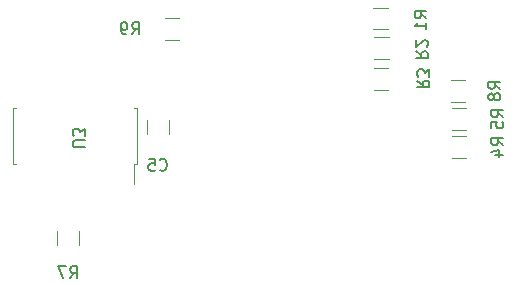
<source format=gbr>
%TF.GenerationSoftware,KiCad,Pcbnew,(5.1.5)-3*%
%TF.CreationDate,2021-01-03T14:47:40+13:00*%
%TF.ProjectId,SensorNodeCircuit,53656e73-6f72-44e6-9f64-654369726375,rev?*%
%TF.SameCoordinates,Original*%
%TF.FileFunction,Legend,Bot*%
%TF.FilePolarity,Positive*%
%FSLAX46Y46*%
G04 Gerber Fmt 4.6, Leading zero omitted, Abs format (unit mm)*
G04 Created by KiCad (PCBNEW (5.1.5)-3) date 2021-01-03 14:47:40*
%MOMM*%
%LPD*%
G04 APERTURE LIST*
%ADD10C,0.120000*%
%ADD11C,0.150000*%
G04 APERTURE END LIST*
D10*
X128690000Y-95010436D02*
X128690000Y-96214564D01*
X130510000Y-95010436D02*
X130510000Y-96214564D01*
X149068064Y-87306000D02*
X147863936Y-87306000D01*
X149068064Y-85486000D02*
X147863936Y-85486000D01*
X147943936Y-89836000D02*
X149148064Y-89836000D01*
X147943936Y-88016000D02*
X149148064Y-88016000D01*
X147896436Y-92466000D02*
X149100564Y-92466000D01*
X147896436Y-90646000D02*
X149100564Y-90646000D01*
X155690564Y-98216000D02*
X154486436Y-98216000D01*
X155690564Y-96396000D02*
X154486436Y-96396000D01*
X154486436Y-95846000D02*
X155690564Y-95846000D01*
X154486436Y-94026000D02*
X155690564Y-94026000D01*
X122910000Y-105602064D02*
X122910000Y-104397936D01*
X121090000Y-105602064D02*
X121090000Y-104397936D01*
X154447936Y-91640000D02*
X155652064Y-91640000D01*
X154447936Y-93460000D02*
X155652064Y-93460000D01*
X117345000Y-96350000D02*
X117345000Y-93965000D01*
X117345000Y-93965000D02*
X117600000Y-93965000D01*
X117345000Y-96350000D02*
X117345000Y-98735000D01*
X117345000Y-98735000D02*
X117600000Y-98735000D01*
X127865000Y-96350000D02*
X127865000Y-93965000D01*
X127865000Y-93965000D02*
X127610000Y-93965000D01*
X127865000Y-96350000D02*
X127865000Y-98735000D01*
X127865000Y-98735000D02*
X127610000Y-98735000D01*
X127610000Y-98735000D02*
X127610000Y-100400000D01*
X130197936Y-88210000D02*
X131402064Y-88210000D01*
X130197936Y-86390000D02*
X131402064Y-86390000D01*
D11*
X129766666Y-99207142D02*
X129814285Y-99254761D01*
X129957142Y-99302380D01*
X130052380Y-99302380D01*
X130195238Y-99254761D01*
X130290476Y-99159523D01*
X130338095Y-99064285D01*
X130385714Y-98873809D01*
X130385714Y-98730952D01*
X130338095Y-98540476D01*
X130290476Y-98445238D01*
X130195238Y-98350000D01*
X130052380Y-98302380D01*
X129957142Y-98302380D01*
X129814285Y-98350000D01*
X129766666Y-98397619D01*
X128861904Y-98302380D02*
X129338095Y-98302380D01*
X129385714Y-98778571D01*
X129338095Y-98730952D01*
X129242857Y-98683333D01*
X129004761Y-98683333D01*
X128909523Y-98730952D01*
X128861904Y-98778571D01*
X128814285Y-98873809D01*
X128814285Y-99111904D01*
X128861904Y-99207142D01*
X128909523Y-99254761D01*
X129004761Y-99302380D01*
X129242857Y-99302380D01*
X129338095Y-99254761D01*
X129385714Y-99207142D01*
X152352380Y-86383333D02*
X151876190Y-86050000D01*
X152352380Y-85811904D02*
X151352380Y-85811904D01*
X151352380Y-86192857D01*
X151400000Y-86288095D01*
X151447619Y-86335714D01*
X151542857Y-86383333D01*
X151685714Y-86383333D01*
X151780952Y-86335714D01*
X151828571Y-86288095D01*
X151876190Y-86192857D01*
X151876190Y-85811904D01*
X152352380Y-87335714D02*
X152352380Y-86764285D01*
X152352380Y-87050000D02*
X151352380Y-87050000D01*
X151495238Y-86954761D01*
X151590476Y-86859523D01*
X151638095Y-86764285D01*
X151453619Y-89192666D02*
X151929809Y-89526000D01*
X151453619Y-89764095D02*
X152453619Y-89764095D01*
X152453619Y-89383142D01*
X152406000Y-89287904D01*
X152358380Y-89240285D01*
X152263142Y-89192666D01*
X152120285Y-89192666D01*
X152025047Y-89240285D01*
X151977428Y-89287904D01*
X151929809Y-89383142D01*
X151929809Y-89764095D01*
X152358380Y-88811714D02*
X152406000Y-88764095D01*
X152453619Y-88668857D01*
X152453619Y-88430761D01*
X152406000Y-88335523D01*
X152358380Y-88287904D01*
X152263142Y-88240285D01*
X152167904Y-88240285D01*
X152025047Y-88287904D01*
X151453619Y-88859333D01*
X151453619Y-88240285D01*
X151573619Y-91682666D02*
X152049809Y-92016000D01*
X151573619Y-92254095D02*
X152573619Y-92254095D01*
X152573619Y-91873142D01*
X152526000Y-91777904D01*
X152478380Y-91730285D01*
X152383142Y-91682666D01*
X152240285Y-91682666D01*
X152145047Y-91730285D01*
X152097428Y-91777904D01*
X152049809Y-91873142D01*
X152049809Y-92254095D01*
X152573619Y-91349333D02*
X152573619Y-90730285D01*
X152192666Y-91063619D01*
X152192666Y-90920761D01*
X152145047Y-90825523D01*
X152097428Y-90777904D01*
X152002190Y-90730285D01*
X151764095Y-90730285D01*
X151668857Y-90777904D01*
X151621238Y-90825523D01*
X151573619Y-90920761D01*
X151573619Y-91206476D01*
X151621238Y-91301714D01*
X151668857Y-91349333D01*
X158852380Y-97133333D02*
X158376190Y-96800000D01*
X158852380Y-96561904D02*
X157852380Y-96561904D01*
X157852380Y-96942857D01*
X157900000Y-97038095D01*
X157947619Y-97085714D01*
X158042857Y-97133333D01*
X158185714Y-97133333D01*
X158280952Y-97085714D01*
X158328571Y-97038095D01*
X158376190Y-96942857D01*
X158376190Y-96561904D01*
X158185714Y-97990476D02*
X158852380Y-97990476D01*
X157804761Y-97752380D02*
X158519047Y-97514285D01*
X158519047Y-98133333D01*
X158852380Y-94769333D02*
X158376190Y-94436000D01*
X158852380Y-94197904D02*
X157852380Y-94197904D01*
X157852380Y-94578857D01*
X157900000Y-94674095D01*
X157947619Y-94721714D01*
X158042857Y-94769333D01*
X158185714Y-94769333D01*
X158280952Y-94721714D01*
X158328571Y-94674095D01*
X158376190Y-94578857D01*
X158376190Y-94197904D01*
X157852380Y-95674095D02*
X157852380Y-95197904D01*
X158328571Y-95150285D01*
X158280952Y-95197904D01*
X158233333Y-95293142D01*
X158233333Y-95531238D01*
X158280952Y-95626476D01*
X158328571Y-95674095D01*
X158423809Y-95721714D01*
X158661904Y-95721714D01*
X158757142Y-95674095D01*
X158804761Y-95626476D01*
X158852380Y-95531238D01*
X158852380Y-95293142D01*
X158804761Y-95197904D01*
X158757142Y-95150285D01*
X122186666Y-108412380D02*
X122520000Y-107936190D01*
X122758095Y-108412380D02*
X122758095Y-107412380D01*
X122377142Y-107412380D01*
X122281904Y-107460000D01*
X122234285Y-107507619D01*
X122186666Y-107602857D01*
X122186666Y-107745714D01*
X122234285Y-107840952D01*
X122281904Y-107888571D01*
X122377142Y-107936190D01*
X122758095Y-107936190D01*
X121853333Y-107412380D02*
X121186666Y-107412380D01*
X121615238Y-108412380D01*
X158602380Y-92383333D02*
X158126190Y-92050000D01*
X158602380Y-91811904D02*
X157602380Y-91811904D01*
X157602380Y-92192857D01*
X157650000Y-92288095D01*
X157697619Y-92335714D01*
X157792857Y-92383333D01*
X157935714Y-92383333D01*
X158030952Y-92335714D01*
X158078571Y-92288095D01*
X158126190Y-92192857D01*
X158126190Y-91811904D01*
X158030952Y-92954761D02*
X157983333Y-92859523D01*
X157935714Y-92811904D01*
X157840476Y-92764285D01*
X157792857Y-92764285D01*
X157697619Y-92811904D01*
X157650000Y-92859523D01*
X157602380Y-92954761D01*
X157602380Y-93145238D01*
X157650000Y-93240476D01*
X157697619Y-93288095D01*
X157792857Y-93335714D01*
X157840476Y-93335714D01*
X157935714Y-93288095D01*
X157983333Y-93240476D01*
X158030952Y-93145238D01*
X158030952Y-92954761D01*
X158078571Y-92859523D01*
X158126190Y-92811904D01*
X158221428Y-92764285D01*
X158411904Y-92764285D01*
X158507142Y-92811904D01*
X158554761Y-92859523D01*
X158602380Y-92954761D01*
X158602380Y-93145238D01*
X158554761Y-93240476D01*
X158507142Y-93288095D01*
X158411904Y-93335714D01*
X158221428Y-93335714D01*
X158126190Y-93288095D01*
X158078571Y-93240476D01*
X158030952Y-93145238D01*
X123402619Y-97301904D02*
X122593095Y-97301904D01*
X122497857Y-97254285D01*
X122450238Y-97206666D01*
X122402619Y-97111428D01*
X122402619Y-96920952D01*
X122450238Y-96825714D01*
X122497857Y-96778095D01*
X122593095Y-96730476D01*
X123402619Y-96730476D01*
X123402619Y-96349523D02*
X123402619Y-95730476D01*
X123021666Y-96063809D01*
X123021666Y-95920952D01*
X122974047Y-95825714D01*
X122926428Y-95778095D01*
X122831190Y-95730476D01*
X122593095Y-95730476D01*
X122497857Y-95778095D01*
X122450238Y-95825714D01*
X122402619Y-95920952D01*
X122402619Y-96206666D01*
X122450238Y-96301904D01*
X122497857Y-96349523D01*
X127419166Y-87752380D02*
X127752500Y-87276190D01*
X127990595Y-87752380D02*
X127990595Y-86752380D01*
X127609642Y-86752380D01*
X127514404Y-86800000D01*
X127466785Y-86847619D01*
X127419166Y-86942857D01*
X127419166Y-87085714D01*
X127466785Y-87180952D01*
X127514404Y-87228571D01*
X127609642Y-87276190D01*
X127990595Y-87276190D01*
X126942976Y-87752380D02*
X126752500Y-87752380D01*
X126657261Y-87704761D01*
X126609642Y-87657142D01*
X126514404Y-87514285D01*
X126466785Y-87323809D01*
X126466785Y-86942857D01*
X126514404Y-86847619D01*
X126562023Y-86800000D01*
X126657261Y-86752380D01*
X126847738Y-86752380D01*
X126942976Y-86800000D01*
X126990595Y-86847619D01*
X127038214Y-86942857D01*
X127038214Y-87180952D01*
X126990595Y-87276190D01*
X126942976Y-87323809D01*
X126847738Y-87371428D01*
X126657261Y-87371428D01*
X126562023Y-87323809D01*
X126514404Y-87276190D01*
X126466785Y-87180952D01*
M02*

</source>
